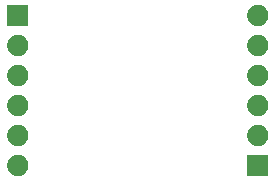
<source format=gbr>
G04 #@! TF.GenerationSoftware,KiCad,Pcbnew,(5.1.5-0-10_14)*
G04 #@! TF.CreationDate,2020-06-09T01:35:05-06:00*
G04 #@! TF.ProjectId,WSON-10,57534f4e-2d31-4302-9e6b-696361645f70,rev?*
G04 #@! TF.SameCoordinates,Original*
G04 #@! TF.FileFunction,Soldermask,Bot*
G04 #@! TF.FilePolarity,Negative*
%FSLAX46Y46*%
G04 Gerber Fmt 4.6, Leading zero omitted, Abs format (unit mm)*
G04 Created by KiCad (PCBNEW (5.1.5-0-10_14)) date 2020-06-09 01:35:05*
%MOMM*%
%LPD*%
G04 APERTURE LIST*
%ADD10C,0.100000*%
G04 APERTURE END LIST*
D10*
G36*
X78244000Y-65417000D02*
G01*
X76442000Y-65417000D01*
X76442000Y-63615000D01*
X78244000Y-63615000D01*
X78244000Y-65417000D01*
G37*
G36*
X57136512Y-63619927D02*
G01*
X57285812Y-63649624D01*
X57449784Y-63717544D01*
X57597354Y-63816147D01*
X57722853Y-63941646D01*
X57821456Y-64089216D01*
X57889376Y-64253188D01*
X57924000Y-64427259D01*
X57924000Y-64604741D01*
X57889376Y-64778812D01*
X57821456Y-64942784D01*
X57722853Y-65090354D01*
X57597354Y-65215853D01*
X57449784Y-65314456D01*
X57285812Y-65382376D01*
X57136512Y-65412073D01*
X57111742Y-65417000D01*
X56934258Y-65417000D01*
X56909488Y-65412073D01*
X56760188Y-65382376D01*
X56596216Y-65314456D01*
X56448646Y-65215853D01*
X56323147Y-65090354D01*
X56224544Y-64942784D01*
X56156624Y-64778812D01*
X56122000Y-64604741D01*
X56122000Y-64427259D01*
X56156624Y-64253188D01*
X56224544Y-64089216D01*
X56323147Y-63941646D01*
X56448646Y-63816147D01*
X56596216Y-63717544D01*
X56760188Y-63649624D01*
X56909488Y-63619927D01*
X56934258Y-63615000D01*
X57111742Y-63615000D01*
X57136512Y-63619927D01*
G37*
G36*
X77456512Y-61079927D02*
G01*
X77605812Y-61109624D01*
X77769784Y-61177544D01*
X77917354Y-61276147D01*
X78042853Y-61401646D01*
X78141456Y-61549216D01*
X78209376Y-61713188D01*
X78244000Y-61887259D01*
X78244000Y-62064741D01*
X78209376Y-62238812D01*
X78141456Y-62402784D01*
X78042853Y-62550354D01*
X77917354Y-62675853D01*
X77769784Y-62774456D01*
X77605812Y-62842376D01*
X77456512Y-62872073D01*
X77431742Y-62877000D01*
X77254258Y-62877000D01*
X77229488Y-62872073D01*
X77080188Y-62842376D01*
X76916216Y-62774456D01*
X76768646Y-62675853D01*
X76643147Y-62550354D01*
X76544544Y-62402784D01*
X76476624Y-62238812D01*
X76442000Y-62064741D01*
X76442000Y-61887259D01*
X76476624Y-61713188D01*
X76544544Y-61549216D01*
X76643147Y-61401646D01*
X76768646Y-61276147D01*
X76916216Y-61177544D01*
X77080188Y-61109624D01*
X77229488Y-61079927D01*
X77254258Y-61075000D01*
X77431742Y-61075000D01*
X77456512Y-61079927D01*
G37*
G36*
X57136512Y-61079927D02*
G01*
X57285812Y-61109624D01*
X57449784Y-61177544D01*
X57597354Y-61276147D01*
X57722853Y-61401646D01*
X57821456Y-61549216D01*
X57889376Y-61713188D01*
X57924000Y-61887259D01*
X57924000Y-62064741D01*
X57889376Y-62238812D01*
X57821456Y-62402784D01*
X57722853Y-62550354D01*
X57597354Y-62675853D01*
X57449784Y-62774456D01*
X57285812Y-62842376D01*
X57136512Y-62872073D01*
X57111742Y-62877000D01*
X56934258Y-62877000D01*
X56909488Y-62872073D01*
X56760188Y-62842376D01*
X56596216Y-62774456D01*
X56448646Y-62675853D01*
X56323147Y-62550354D01*
X56224544Y-62402784D01*
X56156624Y-62238812D01*
X56122000Y-62064741D01*
X56122000Y-61887259D01*
X56156624Y-61713188D01*
X56224544Y-61549216D01*
X56323147Y-61401646D01*
X56448646Y-61276147D01*
X56596216Y-61177544D01*
X56760188Y-61109624D01*
X56909488Y-61079927D01*
X56934258Y-61075000D01*
X57111742Y-61075000D01*
X57136512Y-61079927D01*
G37*
G36*
X77456512Y-58539927D02*
G01*
X77605812Y-58569624D01*
X77769784Y-58637544D01*
X77917354Y-58736147D01*
X78042853Y-58861646D01*
X78141456Y-59009216D01*
X78209376Y-59173188D01*
X78244000Y-59347259D01*
X78244000Y-59524741D01*
X78209376Y-59698812D01*
X78141456Y-59862784D01*
X78042853Y-60010354D01*
X77917354Y-60135853D01*
X77769784Y-60234456D01*
X77605812Y-60302376D01*
X77456512Y-60332073D01*
X77431742Y-60337000D01*
X77254258Y-60337000D01*
X77229488Y-60332073D01*
X77080188Y-60302376D01*
X76916216Y-60234456D01*
X76768646Y-60135853D01*
X76643147Y-60010354D01*
X76544544Y-59862784D01*
X76476624Y-59698812D01*
X76442000Y-59524741D01*
X76442000Y-59347259D01*
X76476624Y-59173188D01*
X76544544Y-59009216D01*
X76643147Y-58861646D01*
X76768646Y-58736147D01*
X76916216Y-58637544D01*
X77080188Y-58569624D01*
X77229488Y-58539927D01*
X77254258Y-58535000D01*
X77431742Y-58535000D01*
X77456512Y-58539927D01*
G37*
G36*
X57136512Y-58539927D02*
G01*
X57285812Y-58569624D01*
X57449784Y-58637544D01*
X57597354Y-58736147D01*
X57722853Y-58861646D01*
X57821456Y-59009216D01*
X57889376Y-59173188D01*
X57924000Y-59347259D01*
X57924000Y-59524741D01*
X57889376Y-59698812D01*
X57821456Y-59862784D01*
X57722853Y-60010354D01*
X57597354Y-60135853D01*
X57449784Y-60234456D01*
X57285812Y-60302376D01*
X57136512Y-60332073D01*
X57111742Y-60337000D01*
X56934258Y-60337000D01*
X56909488Y-60332073D01*
X56760188Y-60302376D01*
X56596216Y-60234456D01*
X56448646Y-60135853D01*
X56323147Y-60010354D01*
X56224544Y-59862784D01*
X56156624Y-59698812D01*
X56122000Y-59524741D01*
X56122000Y-59347259D01*
X56156624Y-59173188D01*
X56224544Y-59009216D01*
X56323147Y-58861646D01*
X56448646Y-58736147D01*
X56596216Y-58637544D01*
X56760188Y-58569624D01*
X56909488Y-58539927D01*
X56934258Y-58535000D01*
X57111742Y-58535000D01*
X57136512Y-58539927D01*
G37*
G36*
X77456512Y-55999927D02*
G01*
X77605812Y-56029624D01*
X77769784Y-56097544D01*
X77917354Y-56196147D01*
X78042853Y-56321646D01*
X78141456Y-56469216D01*
X78209376Y-56633188D01*
X78244000Y-56807259D01*
X78244000Y-56984741D01*
X78209376Y-57158812D01*
X78141456Y-57322784D01*
X78042853Y-57470354D01*
X77917354Y-57595853D01*
X77769784Y-57694456D01*
X77605812Y-57762376D01*
X77456512Y-57792073D01*
X77431742Y-57797000D01*
X77254258Y-57797000D01*
X77229488Y-57792073D01*
X77080188Y-57762376D01*
X76916216Y-57694456D01*
X76768646Y-57595853D01*
X76643147Y-57470354D01*
X76544544Y-57322784D01*
X76476624Y-57158812D01*
X76442000Y-56984741D01*
X76442000Y-56807259D01*
X76476624Y-56633188D01*
X76544544Y-56469216D01*
X76643147Y-56321646D01*
X76768646Y-56196147D01*
X76916216Y-56097544D01*
X77080188Y-56029624D01*
X77229488Y-55999927D01*
X77254258Y-55995000D01*
X77431742Y-55995000D01*
X77456512Y-55999927D01*
G37*
G36*
X57136512Y-55999927D02*
G01*
X57285812Y-56029624D01*
X57449784Y-56097544D01*
X57597354Y-56196147D01*
X57722853Y-56321646D01*
X57821456Y-56469216D01*
X57889376Y-56633188D01*
X57924000Y-56807259D01*
X57924000Y-56984741D01*
X57889376Y-57158812D01*
X57821456Y-57322784D01*
X57722853Y-57470354D01*
X57597354Y-57595853D01*
X57449784Y-57694456D01*
X57285812Y-57762376D01*
X57136512Y-57792073D01*
X57111742Y-57797000D01*
X56934258Y-57797000D01*
X56909488Y-57792073D01*
X56760188Y-57762376D01*
X56596216Y-57694456D01*
X56448646Y-57595853D01*
X56323147Y-57470354D01*
X56224544Y-57322784D01*
X56156624Y-57158812D01*
X56122000Y-56984741D01*
X56122000Y-56807259D01*
X56156624Y-56633188D01*
X56224544Y-56469216D01*
X56323147Y-56321646D01*
X56448646Y-56196147D01*
X56596216Y-56097544D01*
X56760188Y-56029624D01*
X56909488Y-55999927D01*
X56934258Y-55995000D01*
X57111742Y-55995000D01*
X57136512Y-55999927D01*
G37*
G36*
X77456512Y-53459927D02*
G01*
X77605812Y-53489624D01*
X77769784Y-53557544D01*
X77917354Y-53656147D01*
X78042853Y-53781646D01*
X78141456Y-53929216D01*
X78209376Y-54093188D01*
X78244000Y-54267259D01*
X78244000Y-54444741D01*
X78209376Y-54618812D01*
X78141456Y-54782784D01*
X78042853Y-54930354D01*
X77917354Y-55055853D01*
X77769784Y-55154456D01*
X77605812Y-55222376D01*
X77456512Y-55252073D01*
X77431742Y-55257000D01*
X77254258Y-55257000D01*
X77229488Y-55252073D01*
X77080188Y-55222376D01*
X76916216Y-55154456D01*
X76768646Y-55055853D01*
X76643147Y-54930354D01*
X76544544Y-54782784D01*
X76476624Y-54618812D01*
X76442000Y-54444741D01*
X76442000Y-54267259D01*
X76476624Y-54093188D01*
X76544544Y-53929216D01*
X76643147Y-53781646D01*
X76768646Y-53656147D01*
X76916216Y-53557544D01*
X77080188Y-53489624D01*
X77229488Y-53459927D01*
X77254258Y-53455000D01*
X77431742Y-53455000D01*
X77456512Y-53459927D01*
G37*
G36*
X57136512Y-53459927D02*
G01*
X57285812Y-53489624D01*
X57449784Y-53557544D01*
X57597354Y-53656147D01*
X57722853Y-53781646D01*
X57821456Y-53929216D01*
X57889376Y-54093188D01*
X57924000Y-54267259D01*
X57924000Y-54444741D01*
X57889376Y-54618812D01*
X57821456Y-54782784D01*
X57722853Y-54930354D01*
X57597354Y-55055853D01*
X57449784Y-55154456D01*
X57285812Y-55222376D01*
X57136512Y-55252073D01*
X57111742Y-55257000D01*
X56934258Y-55257000D01*
X56909488Y-55252073D01*
X56760188Y-55222376D01*
X56596216Y-55154456D01*
X56448646Y-55055853D01*
X56323147Y-54930354D01*
X56224544Y-54782784D01*
X56156624Y-54618812D01*
X56122000Y-54444741D01*
X56122000Y-54267259D01*
X56156624Y-54093188D01*
X56224544Y-53929216D01*
X56323147Y-53781646D01*
X56448646Y-53656147D01*
X56596216Y-53557544D01*
X56760188Y-53489624D01*
X56909488Y-53459927D01*
X56934258Y-53455000D01*
X57111742Y-53455000D01*
X57136512Y-53459927D01*
G37*
G36*
X77456512Y-50919927D02*
G01*
X77605812Y-50949624D01*
X77769784Y-51017544D01*
X77917354Y-51116147D01*
X78042853Y-51241646D01*
X78141456Y-51389216D01*
X78209376Y-51553188D01*
X78244000Y-51727259D01*
X78244000Y-51904741D01*
X78209376Y-52078812D01*
X78141456Y-52242784D01*
X78042853Y-52390354D01*
X77917354Y-52515853D01*
X77769784Y-52614456D01*
X77605812Y-52682376D01*
X77456512Y-52712073D01*
X77431742Y-52717000D01*
X77254258Y-52717000D01*
X77229488Y-52712073D01*
X77080188Y-52682376D01*
X76916216Y-52614456D01*
X76768646Y-52515853D01*
X76643147Y-52390354D01*
X76544544Y-52242784D01*
X76476624Y-52078812D01*
X76442000Y-51904741D01*
X76442000Y-51727259D01*
X76476624Y-51553188D01*
X76544544Y-51389216D01*
X76643147Y-51241646D01*
X76768646Y-51116147D01*
X76916216Y-51017544D01*
X77080188Y-50949624D01*
X77229488Y-50919927D01*
X77254258Y-50915000D01*
X77431742Y-50915000D01*
X77456512Y-50919927D01*
G37*
G36*
X57924000Y-52717000D02*
G01*
X56122000Y-52717000D01*
X56122000Y-50915000D01*
X57924000Y-50915000D01*
X57924000Y-52717000D01*
G37*
M02*

</source>
